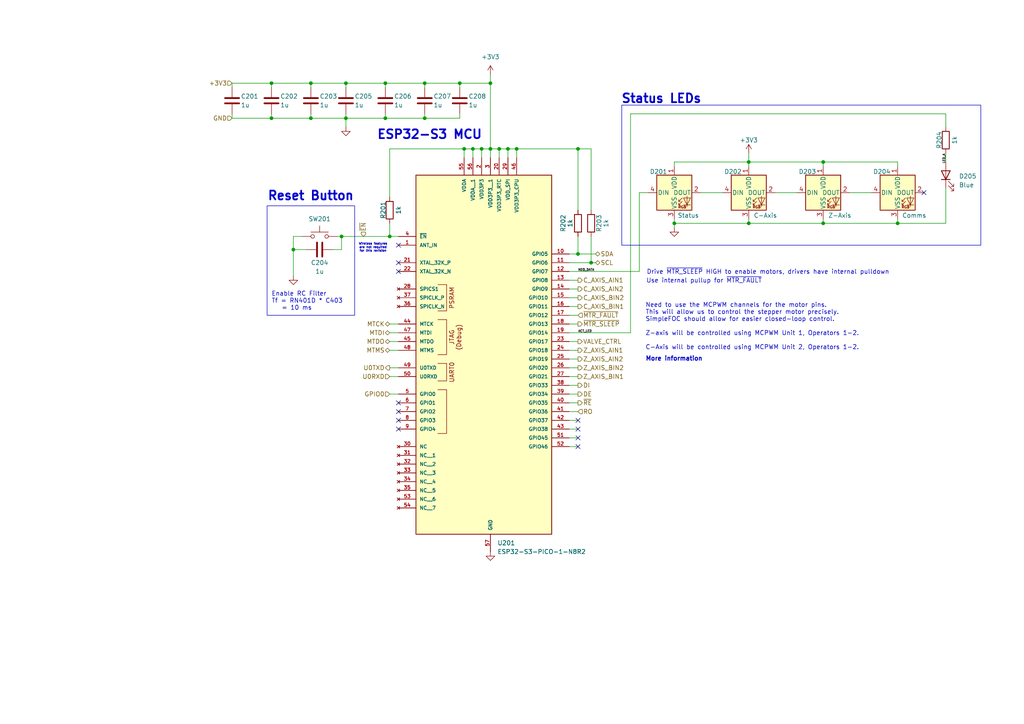
<source format=kicad_sch>
(kicad_sch (version 20231120) (generator "eeschema") (generator_version "8.0")
  (paper "A4")
  (title_block (title "SL_ST Tweezer Control Board") (date "2024-03-01") (rev "A1") (company "Olympus Engineering"))
  (lib_symbols
    (symbol "Device:C" (pin_numbers hide) (pin_names (offset 0.254))
      (property "Reference" "C" (at 0.635 2.54 0))
      (property "Value" "C" (at 0.635 -2.54 0))
      (symbol "C_0_1"
        (polyline (pts (xy -2.032 -0.762) (xy 2.032 -0.762)) (stroke (width 0.508)))
        (polyline (pts (xy -2.032 0.762) (xy 2.032 0.762)) (stroke (width 0.508)))
      )
      (symbol "C_1_1"
        (pin passive line (at 0 3.81 270) (length 2.794) (name "~") (number "1"))
        (pin passive line (at 0 -3.81 90) (length 2.794) (name "~") (number "2"))
      )
    )
    (symbol "Device:LED" (pin_numbers hide) (pin_names (offset 1.016) hide)
      (property "Reference" "D" (at 0 2.54 0))
      (property "Value" "LED" (at 0 -2.54 0))
      (symbol "LED_0_1"
        (polyline (pts (xy -1.27 -1.27) (xy -1.27 1.27)) (stroke (width 0.254)))
        (polyline (pts (xy -1.27 0) (xy 1.27 0)))
        (polyline (pts (xy 1.27 -1.27) (xy 1.27 1.27) (xy -1.27 0) (xy 1.27 -1.27)) (stroke (width 0.254)))
        (polyline (pts (xy -3.048 -0.762) (xy -4.572 -2.286) (xy -3.81 -2.286) (xy -4.572 -2.286) (xy -4.572 -1.524)))
        (polyline (pts (xy -1.778 -0.762) (xy -3.302 -2.286) (xy -2.54 -2.286) (xy -3.302 -2.286) (xy -3.302 -1.524)))
      )
      (symbol "LED_1_1"
        (pin passive line (at -3.81 0 0) (length 2.54) (name "K") (number "1"))
        (pin passive line (at 3.81 0 180) (length 2.54) (name "A") (number "2"))
      )
    )
    (symbol "Device:R" (pin_numbers hide) (pin_names (offset 0))
      (property "Reference" "R" (at 2.032 0 90))
      (property "Value" "R" (at 0 0 90))
      (symbol "R_0_1"
        (rectangle (start -1.016 -2.54) (end 1.016 2.54) (stroke (width 0.254)))
      )
      (symbol "R_1_1"
        (pin passive line (at 0 3.81 270) (length 1.27) (name "~") (number "1"))
        (pin passive line (at 0 -3.81 90) (length 1.27) (name "~") (number "2"))
      )
    )
    (symbol "LED:WS2812B" (pin_names (offset 0.254))
      (property "Reference" "D" (at 5.08 5.715 0))
      (property "Value" "WS2812B" (at 1.27 -5.715 0))
      (symbol "WS2812B_0_0"
        (text "RGB" (at 2.286 -4.191 0) (effects (font (size 0.762 0.762))))
      )
      (symbol "WS2812B_0_1"
        (polyline (pts (xy 1.27 -3.556) (xy 1.778 -3.556)))
        (polyline (pts (xy 1.27 -2.54) (xy 1.778 -2.54)))
        (polyline (pts (xy 4.699 -3.556) (xy 2.667 -3.556)))
        (polyline (pts (xy 2.286 -2.54) (xy 1.27 -3.556) (xy 1.27 -3.048)))
        (polyline (pts (xy 2.286 -1.524) (xy 1.27 -2.54) (xy 1.27 -2.032)))
        (polyline (pts (xy 3.683 -1.016) (xy 3.683 -3.556) (xy 3.683 -4.064)))
        (polyline (pts (xy 4.699 -1.524) (xy 2.667 -1.524) (xy 3.683 -3.556) (xy 4.699 -1.524)))
        (rectangle (start 5.08 5.08) (end -5.08 -5.08) (stroke (width 0.254)) (fill (type background)))
      )
      (symbol "WS2812B_1_1"
        (pin power_in line (at 0 7.62 270) (length 2.54) (name "VDD") (number "1"))
        (pin output line (at 7.62 0 180) (length 2.54) (name "DOUT") (number "2"))
        (pin power_in line (at 0 -7.62 90) (length 2.54) (name "VSS") (number "3"))
        (pin input line (at -7.62 0 0) (length 2.54) (name "DIN") (number "4"))
      )
    )
    (symbol "Switch:SW_Push" (pin_numbers hide) (pin_names (offset 1.016) hide)
      (property "Reference" "SW" (at 1.27 2.54 0))
      (property "Value" "SW_Push" (at 0 -1.524 0))
      (symbol "SW_Push_0_1"
        (circle (center -2.032 0) (radius 0.508))
        (polyline (pts (xy 0 1.27) (xy 0 3.048)))
        (polyline (pts (xy 2.54 1.27) (xy -2.54 1.27)))
        (circle (center 2.032 0) (radius 0.508))
        (pin passive line (at -5.08 0 0) (length 2.54) (name "1") (number "1"))
        (pin passive line (at 5.08 0 180) (length 2.54) (name "2") (number "2"))
      )
    )
    (symbol "esp32-s3-pico-1-n8r2:ESP32-S3-PICO-1-N8R2" (pin_names (offset 1.016))
      (property "Reference" "U" (at -22.86 43.942 0))
      (property "Value" "ESP32-S3-PICO-1-N8R2" (at -12.7 -63.5 0))
      (symbol "ESP32-S3-PICO-1-N8R2_0_0"
        (rectangle (start -21.59 43.18) (end 17.78 -60.96) (stroke (width 0.254)) (fill (type background)))
        (pin bidirectional line (at 22.86 20.32 180) (length 5.08) (name "GPIO5") (number "10"))
        (pin bidirectional line (at 22.86 17.78 180) (length 5.08) (name "GPIO6") (number "11"))
        (pin bidirectional line (at 22.86 15.24 180) (length 5.08) (name "GPIO7") (number "12"))
        (pin bidirectional line (at 22.86 12.7 180) (length 5.08) (name "GPIO8") (number "13"))
        (pin bidirectional line (at 22.86 10.16 180) (length 5.08) (name "GPIO9") (number "14"))
        (pin bidirectional line (at 22.86 7.62 180) (length 5.08) (name "GPIO10") (number "15"))
        (pin bidirectional line (at 22.86 5.08 180) (length 5.08) (name "GPIO11") (number "16"))
        (pin bidirectional line (at 22.86 2.54 180) (length 5.08) (name "GPIO12") (number "17"))
        (pin bidirectional line (at 22.86 0 180) (length 5.08) (name "GPIO13") (number "18"))
        (pin bidirectional line (at 22.86 -2.54 180) (length 5.08) (name "GPIO14") (number "19"))
        (pin power_in line (at -2.54 48.26 270) (length 5.08) (name "VDD3P3") (number "2"))
        (pin power_in line (at 2.54 48.26 270) (length 5.08) (name "VDD3P3_RTC") (number "20"))
        (pin bidirectional line (at -26.67 17.78 0) (length 5.08) (name "XTAL_32K_P") (number "21"))
        (pin bidirectional line (at -26.67 15.24 0) (length 5.08) (name "XTAL_32K_N") (number "22"))
        (pin bidirectional line (at 22.86 -5.08 180) (length 5.08) (name "GPIO17") (number "23"))
        (pin bidirectional line (at 22.86 -7.62 180) (length 5.08) (name "GPIO18") (number "24"))
        (pin bidirectional line (at 22.86 -10.16 180) (length 5.08) (name "GPIO19") (number "25"))
        (pin bidirectional line (at 22.86 -12.7 180) (length 5.08) (name "GPIO20") (number "26"))
        (pin bidirectional line (at 22.86 -15.24 180) (length 5.08) (name "GPIO21") (number "27"))
        (pin power_in line (at 5.08 48.26 270) (length 5.08) (name "VDD_SPI") (number "29"))
        (pin power_in line (at 0 48.26 270) (length 5.08) (name "VDD3P3__1") (number "3"))
        (pin no_connect line (at -26.67 -35.56 0) (length 5.08) (name "NC") (number "30"))
        (pin no_connect line (at -26.67 -38.1 0) (length 5.08) (name "NC__1") (number "31"))
        (pin no_connect line (at -26.67 -40.64 0) (length 5.08) (name "NC__2") (number "32"))
        (pin no_connect line (at -26.67 -43.18 0) (length 5.08) (name "NC__3") (number "33"))
        (pin no_connect line (at -26.67 -45.72 0) (length 5.08) (name "NC__4") (number "34"))
        (pin no_connect line (at -26.67 -48.26 0) (length 5.08) (name "NC__5") (number "35"))
        (pin no_connect line (at -26.67 5.08 0) (length 5.08) (name "SPICLK_N") (number "36"))
        (pin no_connect line (at -26.67 7.62 0) (length 5.08) (name "SPICLK_P") (number "37"))
        (pin bidirectional line (at 22.86 -17.78 180) (length 5.08) (name "GPIO33") (number "38"))
        (pin bidirectional line (at 22.86 -20.32 180) (length 5.08) (name "GPIO34") (number "39"))
        (pin bidirectional line (at 22.86 -22.86 180) (length 5.08) (name "GPIO35") (number "40"))
        (pin bidirectional line (at 22.86 -25.4 180) (length 5.08) (name "GPIO36") (number "41"))
        (pin bidirectional line (at 22.86 -27.94 180) (length 5.08) (name "GPIO37") (number "42"))
        (pin bidirectional line (at 22.86 -30.48 180) (length 5.08) (name "GPIO38") (number "43"))
        (pin bidirectional line (at -26.67 0 0) (length 5.08) (name "MTCK") (number "44"))
        (pin bidirectional line (at -26.67 -5.08 0) (length 5.08) (name "MTDO") (number "45"))
        (pin power_in line (at 7.62 48.26 270) (length 5.08) (name "VDD3P3_CPU") (number "46"))
        (pin bidirectional line (at -26.67 -2.54 0) (length 5.08) (name "MTDI") (number "47"))
        (pin bidirectional line (at -26.67 -7.62 0) (length 5.08) (name "MTMS") (number "48"))
        (pin bidirectional line (at -26.67 -12.7 0) (length 5.08) (name "U0TXD") (number "49"))
        (pin bidirectional line (at -26.67 -20.32 0) (length 5.08) (name "GPIO0") (number "5"))
        (pin bidirectional line (at -26.67 -15.24 0) (length 5.08) (name "U0RXD") (number "50"))
        (pin bidirectional line (at 22.86 -33.02 180) (length 5.08) (name "GPIO45") (number "51"))
        (pin bidirectional line (at 22.86 -35.56 180) (length 5.08) (name "GPIO46") (number "52"))
        (pin no_connect line (at -26.67 -50.8 0) (length 5.08) (name "NC__6") (number "53"))
        (pin no_connect line (at -26.67 -53.34 0) (length 5.08) (name "NC__7") (number "54"))
        (pin power_in line (at -7.62 48.26 270) (length 5.08) (name "VDDA") (number "55"))
        (pin power_in line (at -5.08 48.26 270) (length 5.08) (name "VDDA__1") (number "56"))
        (pin power_in line (at 0 -66.04 90) (length 5.08) (name "GND") (number "57"))
        (pin bidirectional line (at -26.67 -22.86 0) (length 5.08) (name "GPIO1") (number "6"))
        (pin bidirectional line (at -26.67 -25.4 0) (length 5.08) (name "GPIO2") (number "7"))
        (pin bidirectional line (at -26.67 -27.94 0) (length 5.08) (name "GPIO3") (number "8"))
        (pin bidirectional line (at -26.67 -30.48 0) (length 5.08) (name "GPIO4") (number "9"))
      )
      (symbol "ESP32-S3-PICO-1-N8R2_0_1"
        (polyline (pts (xy -15.24 -19.05) (xy -12.7 -19.05)))
        (polyline (pts (xy -15.24 -11.43) (xy -12.7 -11.43)))
        (polyline (pts (xy -15.24 1.27) (xy -12.7 1.27)))
        (polyline (pts (xy -15.24 11.43) (xy -12.7 11.43)))
        (polyline (pts (xy -12.7 -19.05) (xy -12.7 -31.75) (xy -15.24 -31.75)))
        (polyline (pts (xy -12.7 -11.43) (xy -12.7 -16.51) (xy -15.24 -16.51)))
        (polyline (pts (xy -12.7 1.27) (xy -12.7 -8.89) (xy -15.24 -8.89)))
        (polyline (pts (xy -12.7 11.43) (xy -12.7 3.81) (xy -15.24 3.81)))
      )
      (symbol "ESP32-S3-PICO-1-N8R2_1_0"
        (pin bidirectional line (at -26.67 22.86 0) (length 5.08) (name "ANT_IN") (number "1"))
        (pin no_connect line (at -26.67 10.16 0) (length 5.08) (name "SPICS1") (number "28"))
        (pin input line (at -26.67 25.4 0) (length 5.08) (name "~{EN}") (number "4"))
      )
      (symbol "ESP32-S3-PICO-1-N8R2_1_1"
        (text "JTAG\n(Debug)" (at -10.16 -3.81 900) (effects (font (size 1.27 1.27))))
        (text "PSRAM" (at -11.176 7.62 900) (effects (font (size 1.27 1.27))))
        (text "UART0" (at -11.176 -13.97 900) (effects (font (size 1.27 1.27))))
      )
    )
    (symbol "power:+3V3" (power) (pin_names (offset 0))
      (property "Value" "+3V3" (at 0 3.556 0))
      (symbol "+3V3_0_1"
        (polyline (pts (xy -0.762 1.27) (xy 0 2.54)))
        (polyline (pts (xy 0 0) (xy 0 2.54)))
        (polyline (pts (xy 0 2.54) (xy 0.762 1.27)))
      )
      (symbol "+3V3_1_1"
        (pin power_in line (at 0 0 90) (length 0) hide (name "+3V3") (number "1"))
      )
    )
    (symbol "power:GND" (power) (pin_names (offset 0))
      (property "Value" "GND" (at 0 -3.81 0))
      (symbol "GND_0_1"
        (polyline (pts (xy 0 0) (xy 0 -1.27) (xy 1.27 -1.27) (xy 0 -2.54) (xy -1.27 -1.27) (xy 0 -1.27)))
      )
      (symbol "GND_1_1"
        (pin power_in line (at 0 0 270) (length 0) hide (name "GND") (number "1"))
      )
    )
  )
  (junction (at 167.64 43.18))
  (junction (at 142.24 24.13))
  (junction (at 260.35 64.77))
  (junction (at 147.32 43.18))
  (junction (at 137.16 43.18))
  (junction (at 99.06 68.58))
  (junction (at 123.19 34.29))
  (junction (at 111.76 34.29))
  (junction (at 100.33 34.29))
  (junction (at 123.19 24.13))
  (junction (at 139.7 43.18))
  (junction (at 167.64 73.66))
  (junction (at 238.76 46.99))
  (junction (at 133.35 24.13))
  (junction (at 144.78 43.18))
  (junction (at 100.33 24.13))
  (junction (at 134.62 43.18))
  (junction (at 78.74 34.29))
  (junction (at 113.03 68.58))
  (junction (at 90.17 34.29))
  (junction (at 90.17 24.13))
  (junction (at 171.45 76.2))
  (junction (at 217.17 64.77))
  (junction (at 217.17 46.99))
  (junction (at 78.74 24.13))
  (junction (at 238.76 64.77))
  (junction (at 111.76 24.13))
  (junction (at 149.86 43.18))
  (junction (at 195.58 64.77))
  (junction (at 142.24 43.18))
  (junction (at 85.09 72.39))
  (no_connect (at 167.64 121.92))
  (no_connect (at 115.57 116.84))
  (no_connect (at 115.57 71.12))
  (no_connect (at 167.64 124.46))
  (no_connect (at 115.57 76.2))
  (no_connect (at 115.57 124.46))
  (no_connect (at 115.57 119.38))
  (no_connect (at 115.57 121.92))
  (no_connect (at 115.57 78.74))
  (no_connect (at 167.64 127))
  (no_connect (at 267.97 55.88))
  (no_connect (at 167.64 129.54))
  (wire (pts (xy 185.42 55.88) (xy 187.96 55.88)))
  (wire (pts (xy 100.33 24.13) (xy 111.76 24.13)))
  (wire (pts (xy 100.33 34.29) (xy 100.33 36.83)))
  (wire (pts (xy 149.86 45.72) (xy 149.86 43.18)))
  (wire (pts (xy 113.03 106.68) (xy 115.57 106.68)))
  (wire (pts (xy 167.64 99.06) (xy 165.1 99.06)))
  (wire (pts (xy 67.31 33.02) (xy 67.31 34.29)))
  (wire (pts (xy 113.03 68.58) (xy 115.57 68.58)))
  (wire (pts (xy 142.24 43.18) (xy 144.78 43.18)))
  (wire (pts (xy 165.1 96.52) (xy 182.88 96.52)))
  (wire (pts (xy 167.64 129.54) (xy 165.1 129.54)))
  (wire (pts (xy 147.32 43.18) (xy 147.32 45.72)))
  (wire (pts (xy 224.79 55.88) (xy 231.14 55.88)))
  (wire (pts (xy 133.35 33.02) (xy 133.35 34.29)))
  (wire (pts (xy 137.16 43.18) (xy 137.16 45.72)))
  (wire (pts (xy 274.32 54.61) (xy 274.32 64.77)))
  (wire (pts (xy 90.17 25.4) (xy 90.17 24.13)))
  (wire (pts (xy 195.58 46.99) (xy 195.58 48.26)))
  (wire (pts (xy 238.76 46.99) (xy 217.17 46.99)))
  (wire (pts (xy 167.64 111.76) (xy 165.1 111.76)))
  (wire (pts (xy 78.74 34.29) (xy 90.17 34.29)))
  (wire (pts (xy 185.42 78.74) (xy 185.42 55.88)))
  (wire (pts (xy 167.64 119.38) (xy 165.1 119.38)))
  (wire (pts (xy 238.76 63.5) (xy 238.76 64.77)))
  (wire (pts (xy 67.31 24.13) (xy 78.74 24.13)))
  (wire (pts (xy 217.17 63.5) (xy 217.17 64.77)))
  (wire (pts (xy 274.32 36.83) (xy 274.32 33.02)))
  (wire (pts (xy 100.33 25.4) (xy 100.33 24.13)))
  (wire (pts (xy 182.88 33.02) (xy 274.32 33.02)))
  (wire (pts (xy 167.64 88.9) (xy 165.1 88.9)))
  (wire (pts (xy 238.76 64.77) (xy 217.17 64.77)))
  (wire (pts (xy 195.58 63.5) (xy 195.58 64.77)))
  (wire (pts (xy 165.1 93.98) (xy 167.64 93.98)))
  (wire (pts (xy 182.88 33.02) (xy 182.88 96.52)))
  (wire (pts (xy 195.58 64.77) (xy 195.58 66.04)))
  (wire (pts (xy 167.64 68.58) (xy 167.64 73.66)))
  (wire (pts (xy 142.24 45.72) (xy 142.24 43.18)))
  (wire (pts (xy 137.16 43.18) (xy 139.7 43.18)))
  (wire (pts (xy 78.74 24.13) (xy 90.17 24.13)))
  (wire (pts (xy 217.17 48.26) (xy 217.17 46.99)))
  (wire (pts (xy 100.33 34.29) (xy 111.76 34.29)))
  (wire (pts (xy 142.24 43.18) (xy 142.24 24.13)))
  (wire (pts (xy 99.06 68.58) (xy 99.06 72.39)))
  (wire (pts (xy 144.78 43.18) (xy 144.78 45.72)))
  (wire (pts (xy 87.63 68.58) (xy 85.09 68.58)))
  (wire (pts (xy 195.58 46.99) (xy 217.17 46.99)))
  (wire (pts (xy 167.64 127) (xy 165.1 127)))
  (wire (pts (xy 113.03 93.98) (xy 115.57 93.98)))
  (wire (pts (xy 113.03 96.52) (xy 115.57 96.52)))
  (wire (pts (xy 171.45 60.96) (xy 171.45 43.18)))
  (wire (pts (xy 123.19 33.02) (xy 123.19 34.29)))
  (wire (pts (xy 167.64 116.84) (xy 165.1 116.84)))
  (wire (pts (xy 167.64 124.46) (xy 165.1 124.46)))
  (wire (pts (xy 113.03 64.77) (xy 113.03 68.58)))
  (wire (pts (xy 217.17 64.77) (xy 195.58 64.77)))
  (wire (pts (xy 167.64 114.3) (xy 165.1 114.3)))
  (wire (pts (xy 260.35 48.26) (xy 260.35 46.99)))
  (wire (pts (xy 167.64 106.68) (xy 165.1 106.68)))
  (wire (pts (xy 167.64 109.22) (xy 165.1 109.22)))
  (wire (pts (xy 90.17 24.13) (xy 100.33 24.13)))
  (wire (pts (xy 260.35 64.77) (xy 238.76 64.77)))
  (wire (pts (xy 113.03 114.3) (xy 115.57 114.3)))
  (wire (pts (xy 274.32 64.77) (xy 260.35 64.77)))
  (wire (pts (xy 99.06 72.39) (xy 96.52 72.39)))
  (wire (pts (xy 67.31 34.29) (xy 78.74 34.29)))
  (wire (pts (xy 172.72 76.2) (xy 171.45 76.2)))
  (wire (pts (xy 217.17 44.45) (xy 217.17 46.99)))
  (wire (pts (xy 165.1 78.74) (xy 185.42 78.74)))
  (wire (pts (xy 85.09 72.39) (xy 85.09 80.01)))
  (wire (pts (xy 133.35 24.13) (xy 142.24 24.13)))
  (wire (pts (xy 113.03 43.18) (xy 113.03 57.15)))
  (wire (pts (xy 171.45 76.2) (xy 165.1 76.2)))
  (wire (pts (xy 274.32 44.45) (xy 274.32 46.99)))
  (wire (pts (xy 85.09 72.39) (xy 88.9 72.39)))
  (wire (pts (xy 167.64 43.18) (xy 149.86 43.18)))
  (wire (pts (xy 123.19 25.4) (xy 123.19 24.13)))
  (wire (pts (xy 147.32 43.18) (xy 149.86 43.18)))
  (wire (pts (xy 113.03 101.6) (xy 115.57 101.6)))
  (wire (pts (xy 238.76 46.99) (xy 260.35 46.99)))
  (wire (pts (xy 123.19 24.13) (xy 133.35 24.13)))
  (wire (pts (xy 97.79 68.58) (xy 99.06 68.58)))
  (wire (pts (xy 67.31 25.4) (xy 67.31 24.13)))
  (wire (pts (xy 142.24 21.59) (xy 142.24 24.13)))
  (wire (pts (xy 203.2 55.88) (xy 209.55 55.88)))
  (wire (pts (xy 100.33 34.29) (xy 90.17 34.29)))
  (wire (pts (xy 139.7 43.18) (xy 139.7 45.72)))
  (wire (pts (xy 167.64 86.36) (xy 165.1 86.36)))
  (wire (pts (xy 78.74 25.4) (xy 78.74 24.13)))
  (wire (pts (xy 90.17 33.02) (xy 90.17 34.29)))
  (wire (pts (xy 167.64 91.44) (xy 165.1 91.44)))
  (wire (pts (xy 111.76 25.4) (xy 111.76 24.13)))
  (wire (pts (xy 134.62 43.18) (xy 137.16 43.18)))
  (wire (pts (xy 111.76 34.29) (xy 123.19 34.29)))
  (wire (pts (xy 167.64 104.14) (xy 165.1 104.14)))
  (wire (pts (xy 113.03 109.22) (xy 115.57 109.22)))
  (wire (pts (xy 167.64 83.82) (xy 165.1 83.82)))
  (wire (pts (xy 167.64 121.92) (xy 165.1 121.92)))
  (wire (pts (xy 167.64 60.96) (xy 167.64 43.18)))
  (wire (pts (xy 113.03 99.06) (xy 115.57 99.06)))
  (wire (pts (xy 246.38 55.88) (xy 252.73 55.88)))
  (wire (pts (xy 171.45 43.18) (xy 167.64 43.18)))
  (wire (pts (xy 113.03 43.18) (xy 134.62 43.18)))
  (wire (pts (xy 85.09 68.58) (xy 85.09 72.39)))
  (wire (pts (xy 167.64 101.6) (xy 165.1 101.6)))
  (wire (pts (xy 260.35 63.5) (xy 260.35 64.77)))
  (wire (pts (xy 123.19 34.29) (xy 133.35 34.29)))
  (wire (pts (xy 172.72 73.66) (xy 167.64 73.66)))
  (wire (pts (xy 100.33 33.02) (xy 100.33 34.29)))
  (wire (pts (xy 111.76 24.13) (xy 123.19 24.13)))
  (wire (pts (xy 111.76 33.02) (xy 111.76 34.29)))
  (wire (pts (xy 139.7 43.18) (xy 142.24 43.18)))
  (wire (pts (xy 167.64 73.66) (xy 165.1 73.66)))
  (wire (pts (xy 238.76 48.26) (xy 238.76 46.99)))
  (wire (pts (xy 134.62 45.72) (xy 134.62 43.18)))
  (wire (pts (xy 171.45 68.58) (xy 171.45 76.2)))
  (wire (pts (xy 99.06 68.58) (xy 113.03 68.58)))
  (wire (pts (xy 144.78 43.18) (xy 147.32 43.18)))
  (wire (pts (xy 133.35 25.4) (xy 133.35 24.13)))
  (wire (pts (xy 78.74 34.29) (xy 78.74 33.02)))
  (wire (pts (xy 167.64 81.28) (xy 165.1 81.28)))
  (rectangle (start 180.34 30.48) (end 284.48 71.12))
  (rectangle (start 77.47 59.69) (end 102.87 91.44))
  (text "Use internal pullup for ~{MTR_FAULT}" (at 204.216 81.534 0) (effects (font (size 1.27 1.27))))
  (text "Enable RC Filter\nTf = RN401D * C403\n   = 10 ms" (at 78.74 90.17 0) (effects (font (size 1.27 1.27)) (justify left bottom)))
  (text "More information" (at 187.198 104.902 0) (effects (font (size 1.27 1.27) (thickness 0.254) (bold yes)) (justify left bottom)))
  (text "Reset Button" (at 77.47 58.42 0) (effects (font (size 2.54 2.54) (thickness 0.508) (bold yes)) (justify left bottom)))
  (text "Wireless features\nare not required\nfor this revision" (at 108.204 71.882 0) (effects (font (size 0.635 0.635))))
  (text "Status LEDs" (at 180.086 30.226 0) (effects (font (size 2.54 2.54) (thickness 0.508) (bold yes)) (justify left bottom)))
  (text "Drive ~{MTR_SLEEP} HIGH to enable motors, drivers have internal pulldown" (at 222.758 78.994 0) (effects (font (size 1.27 1.27))))
  (text "ESP32-S3 MCU" (at 109.22 40.64 0) (effects (font (size 2.54 2.54) (thickness 0.508) (bold yes)) (justify left bottom)))
  (text "Need to use the MCPWM channels for the motor pins.\nThis will allow us to control the stepper motor precisely.\nSimpleFOC should allow for easier closed-loop control.\n\nZ-axis will be controlled using MCPWM Unit 1, Operators 1-2.\n\nC-Axis will be controlled using MCPWM Unit 2, Operators 1-2." (at 187.198 101.6 0) (effects (font (size 1.27 1.27)) (justify left bottom)))
  (label "LED_A" (at 274.32 44.45 270) (effects (font (size 0.635 0.635))))
  (label "NEO_DATA" (at 167.64 78.74 0) (effects (font (size 0.635 0.635))))
  (label "ACT_LED" (at 167.64 96.52 0) (effects (font (size 0.635 0.635))))
  (hierarchical_label "~{EN}" (shape input) (at 105.41 68.58 90))
  (hierarchical_label "Z_AXIS_BIN2" (shape output) (at 167.64 106.68 0))
  (hierarchical_label "GPIO0" (shape input) (at 113.03 114.3 180))
  (hierarchical_label "MTMS" (shape bidirectional) (at 113.03 101.6 180))
  (hierarchical_label "~{RE}" (shape output) (at 167.64 116.84 0))
  (hierarchical_label "+3V3" (shape input) (at 67.31 24.13 180))
  (hierarchical_label "SCL" (shape bidirectional) (at 172.72 76.2 0))
  (hierarchical_label "C_AXIS_AIN2" (shape output) (at 167.64 83.82 0))
  (hierarchical_label "U0TXD" (shape output) (at 113.03 106.68 180))
  (hierarchical_label "~{MTR_SLEEP}" (shape output) (at 167.64 93.98 0))
  (hierarchical_label "U0RXD" (shape input) (at 113.03 109.22 180))
  (hierarchical_label "VALVE_CTRL" (shape output) (at 167.64 99.06 0))
  (hierarchical_label "MTDO" (shape bidirectional) (at 113.03 99.06 180))
  (hierarchical_label "Z_AXIS_AIN1" (shape output) (at 167.64 101.6 0))
  (hierarchical_label "DE" (shape output) (at 167.64 114.3 0))
  (hierarchical_label "GND" (shape input) (at 67.31 34.29 180))
  (hierarchical_label "RO" (shape input) (at 167.64 119.38 0))
  (hierarchical_label "SDA" (shape bidirectional) (at 172.72 73.66 0))
  (hierarchical_label "MTCK" (shape bidirectional) (at 113.03 93.98 180))
  (hierarchical_label "C_AXIS_AIN1" (shape output) (at 167.64 81.28 0))
  (hierarchical_label "Z_AXIS_AIN2" (shape output) (at 167.64 104.14 0))
  (hierarchical_label "Z_AXIS_BIN1" (shape output) (at 167.64 109.22 0))
  (hierarchical_label "~{MTR_FAULT}" (shape input) (at 167.64 91.44 0))
  (hierarchical_label "MTDI" (shape bidirectional) (at 113.03 96.52 180))
  (hierarchical_label "DI" (shape output) (at 167.64 111.76 0))
  (hierarchical_label "C_AXIS_BIN1" (shape output) (at 167.64 88.9 0))
  (hierarchical_label "C_AXIS_BIN2" (shape output) (at 167.64 86.36 0))
  (symbol (lib_id "Device:R") (at 167.64 64.77 180) (unit 1)
    (property "Reference" "R202" (at 163.322 64.77 90))
    (property "Value" "1k" (at 165.354 64.77 90))
    (property "Footprint" "Resistor_SMD:R_0603_1608Metric" (effects (hide yes)))
    (property "Datasheet" "https://www.yageo.com/upload/media/product/app/datasheet/rchip/pyu-rc_group_51_rohs_l.pdf" (effects (hide yes)))
    (property "Distributor Link" "https://www.digikey.com/en/products/detail/yageo/RC0603FR-131ML/13694152" (effects (hide yes)))
    (property "Manfacturer PN" "RC0603FR-131ML" (effects (hide yes)))
    (property "Manufacturer" "YAGEO" (effects (hide yes)))
  )
  (symbol (lib_id "Device:R") (at 171.45 64.77 180) (unit 1)
    (property "Reference" "R203" (at 173.736 64.77 90))
    (property "Value" "1k" (at 175.768 64.77 90))
    (property "Footprint" "Resistor_SMD:R_0603_1608Metric" (effects (hide yes)))
    (property "Datasheet" "https://www.yageo.com/upload/media/product/app/datasheet/rchip/pyu-rc_group_51_rohs_l.pdf" (effects (hide yes)))
    (property "Distributor Link" "https://www.digikey.com/en/products/detail/yageo/RC0603FR-131ML/13694152" (effects (hide yes)))
    (property "Manfacturer PN" "RC0603FR-131ML" (effects (hide yes)))
    (property "Manufacturer" "YAGEO" (effects (hide yes)))
  )
  (symbol (lib_id "Device:C") (at 100.33 29.21 0) (unit 1)
    (property "Reference" "C205" (at 102.87 27.94 0) (effects (justify left)))
    (property "Value" "1u" (at 102.87 30.48 0) (effects (justify left)))
    (property "Footprint" "Capacitor_SMD:C_0603_1608Metric" (effects (hide yes)))
  )
  (symbol (lib_id "power:+3V3") (at 217.17 44.45 0) (unit 1)
    (property "Reference" "#PWR0206" (effects (hide yes)))
    (property "Value" "+3V3" (at 217.17 40.64 0))
  )
  (symbol (lib_id "power:+3V3") (at 142.24 21.59 0) (unit 1)
    (property "Reference" "#PWR0203" (effects (hide yes)))
    (property "Value" "+3V3" (at 142.24 16.51 0))
  )
  (symbol (lib_id "LED:WS2812B") (at 195.58 55.88 0) (unit 1)
    (property "Reference" "D201" (at 191.008 49.784 0))
    (property "Value" "Status" (at 199.644 62.484 0))
    (property "Footprint" "LED_SMD:LED_WS2812B-2020_PLCC4_2.0x2.0mm" (effects (hide yes)))
    (property "Datasheet" "https://cdn-shop.adafruit.com/datasheets/WS2812B.pdf" (effects (hide yes)))
  )
  (symbol (lib_id "LED:WS2812B") (at 217.17 55.88 0) (unit 1)
    (property "Reference" "D202" (at 212.598 49.784 0))
    (property "Value" "C-Axis" (at 221.996 62.484 0))
    (property "Footprint" "LED_SMD:LED_WS2812B-2020_PLCC4_2.0x2.0mm" (effects (hide yes)))
    (property "Datasheet" "https://cdn-shop.adafruit.com/datasheets/WS2812B.pdf" (effects (hide yes)))
  )
  (symbol (lib_id "power:GND") (at 100.33 36.83 0) (unit 1)
    (property "Reference" "#PWR0202" (effects (hide yes)))
    (property "Value" "GND" (effects (hide yes)))
  )
  (symbol (lib_id "esp32-s3-pico-1-n8r2:ESP32-S3-PICO-1-N8R2") (at 142.24 93.98 0) (unit 1)
    (property "Reference" "U201" (at 144.2594 157.48 0) (effects (justify left)))
    (property "Value" "ESP32-S3-PICO-1-N8R2" (at 144.2594 160.02 0) (effects (justify left)))
    (property "Footprint" "SL_ST Tweezers:PQFN40P700X700X106-57N" (effects (hide yes)))
    (property "PARTREV" "1.0" (effects (hide yes)))
    (property "STANDARD" "IPC-7351B" (effects (hide yes)))
    (property "MAXIMUM_PACKAGE_HEIGHT" "1.06mm" (effects (hide yes)))
    (property "MANUFACTURER" "Espressif Systems" (effects (hide yes)))
  )
  (symbol (lib_id "Device:LED") (at 274.32 50.8 90) (unit 1)
    (property "Reference" "D205" (at 278.13 51.1174 90) (effects (justify right)))
    (property "Value" "Blue" (at 278.13 53.6574 90) (effects (justify right)))
    (property "Footprint" "LED_SMD:LED_0603_1608Metric " (effects (hide yes)))
  )
  (symbol (lib_id "Device:R") (at 113.03 60.96 180) (unit 1)
    (property "Reference" "R201" (at 111.125 60.96 90))
    (property "Value" "1k" (at 115.57 60.96 90))
    (property "Footprint" "Resistor_SMD:R_0603_1608Metric" (effects (hide yes)))
    (property "Datasheet" "https://www.yageo.com/upload/media/product/app/datasheet/rchip/pyu-rc_group_51_rohs_l.pdf" (effects (hide yes)))
    (property "Distributor Link" "https://www.digikey.com/en/products/detail/yageo/RC0603FR-131ML/13694152" (effects (hide yes)))
    (property "Manfacturer PN" "RC0603FR-131ML" (effects (hide yes)))
    (property "Manufacturer" "YAGEO" (effects (hide yes)))
  )
  (symbol (lib_id "Device:R") (at 274.32 40.64 180) (unit 1)
    (property "Reference" "R204" (at 272.415 40.64 90))
    (property "Value" "1k" (at 276.86 40.64 90))
    (property "Footprint" "Resistor_SMD:R_0603_1608Metric" (effects (hide yes)))
    (property "Datasheet" "https://www.yageo.com/upload/media/product/app/datasheet/rchip/pyu-rc_group_51_rohs_l.pdf" (effects (hide yes)))
    (property "Distributor Link" "https://www.digikey.com/en/products/detail/yageo/RC0603FR-131ML/13694152" (effects (hide yes)))
    (property "Manfacturer PN" "RC0603FR-131ML" (effects (hide yes)))
    (property "Manufacturer" "YAGEO" (effects (hide yes)))
  )
  (symbol (lib_id "Device:C") (at 78.74 29.21 0) (unit 1)
    (property "Reference" "C202" (at 81.28 27.94 0) (effects (justify left)))
    (property "Value" "1u" (at 81.28 30.48 0) (effects (justify left)))
    (property "Footprint" "Capacitor_SMD:C_0603_1608Metric" (effects (hide yes)))
  )
  (symbol (lib_id "LED:WS2812B") (at 260.35 55.88 0) (unit 1)
    (property "Reference" "D204" (at 255.778 49.784 0))
    (property "Value" "Comms" (at 265.176 62.484 0))
    (property "Footprint" "LED_SMD:LED_WS2812B-2020_PLCC4_2.0x2.0mm" (effects (hide yes)))
    (property "Datasheet" "https://cdn-shop.adafruit.com/datasheets/WS2812B.pdf" (effects (hide yes)))
  )
  (symbol (lib_id "power:GND") (at 195.58 66.04 0) (unit 1)
    (property "Reference" "#PWR0205" (effects (hide yes)))
    (property "Value" "GND" (effects (hide yes)))
  )
  (symbol (lib_id "Device:C") (at 111.76 29.21 0) (unit 1)
    (property "Reference" "C206" (at 114.3 27.94 0) (effects (justify left)))
    (property "Value" "1u" (at 114.3 30.48 0) (effects (justify left)))
    (property "Footprint" "Capacitor_SMD:C_0603_1608Metric" (effects (hide yes)))
  )
  (symbol (lib_id "Switch:SW_Push") (at 92.71 68.58 0) (unit 1)
    (property "Reference" "SW201" (at 92.71 63.5 0))
    (property "Value" "SW_Push" (effects (hide yes)))
    (property "Footprint" "Button_Switch_SMD:SW_Push_1P1T-SH_NO_CK_KMR2xxG" (effects (hide yes)))
  )
  (symbol (lib_id "power:GND") (at 85.09 80.01 0) (unit 1)
    (property "Reference" "#PWR0201" (effects (hide yes)))
    (property "Value" "GND" (effects (hide yes)))
  )
  (symbol (lib_id "Device:C") (at 90.17 29.21 0) (unit 1)
    (property "Reference" "C203" (at 92.71 27.94 0) (effects (justify left)))
    (property "Value" "1u" (at 92.71 30.48 0) (effects (justify left)))
    (property "Footprint" "Capacitor_SMD:C_0603_1608Metric" (effects (hide yes)))
  )
  (symbol (lib_id "Device:C") (at 133.35 29.21 0) (unit 1)
    (property "Reference" "C208" (at 135.89 27.94 0) (effects (justify left)))
    (property "Value" "1u" (at 135.89 30.48 0) (effects (justify left)))
    (property "Footprint" "Capacitor_SMD:C_0603_1608Metric" (effects (hide yes)))
  )
  (symbol (lib_id "Device:C") (at 92.71 72.39 270) (unit 1)
    (property "Reference" "C204" (at 92.71 76.2 90))
    (property "Value" "1u" (at 92.71 78.74 90))
    (property "Footprint" "Capacitor_SMD:C_0603_1608Metric" (effects (hide yes)))
  )
  (symbol (lib_id "Device:C") (at 123.19 29.21 0) (unit 1)
    (property "Reference" "C207" (at 125.73 27.94 0) (effects (justify left)))
    (property "Value" "1u" (at 125.73 30.48 0) (effects (justify left)))
    (property "Footprint" "Capacitor_SMD:C_0603_1608Metric" (effects (hide yes)))
  )
  (symbol (lib_id "Device:C") (at 67.31 29.21 0) (unit 1)
    (property "Reference" "C201" (at 69.85 27.94 0) (effects (justify left)))
    (property "Value" "1u" (at 69.85 30.48 0) (effects (justify left)))
    (property "Footprint" "Capacitor_SMD:C_0603_1608Metric" (effects (hide yes)))
  )
  (symbol (lib_id "power:GND") (at 142.24 160.02 0) (unit 1)
    (property "Reference" "#PWR0204" (effects (hide yes)))
    (property "Value" "GND" (effects (hide yes)))
  )
  (symbol (lib_id "LED:WS2812B") (at 238.76 55.88 0) (unit 1)
    (property "Reference" "D203" (at 234.188 49.784 0))
    (property "Value" "Z-Axis" (at 243.586 62.484 0))
    (property "Footprint" "LED_SMD:LED_WS2812B-2020_PLCC4_2.0x2.0mm" (effects (hide yes)))
    (property "Datasheet" "https://cdn-shop.adafruit.com/datasheets/WS2812B.pdf" (effects (hide yes)))
  )
)
</source>
